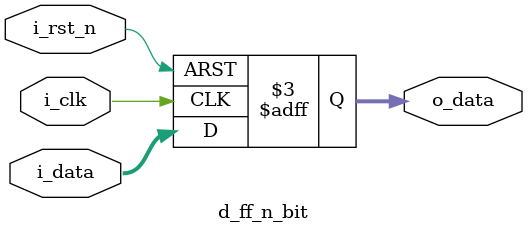
<source format=v>
module d_ff_n_bit
#(parameter N=8)(
input i_clk,
input i_rst_n,
input [N-1:0] i_data,
output reg [N-1:0] o_data);

always @(posedge i_clk, negedge i_rst_n) begin
  	if(!i_rst_n)
    	o_data<=0;
    else
    	o_data<=i_data;
  	end

endmodule

</source>
